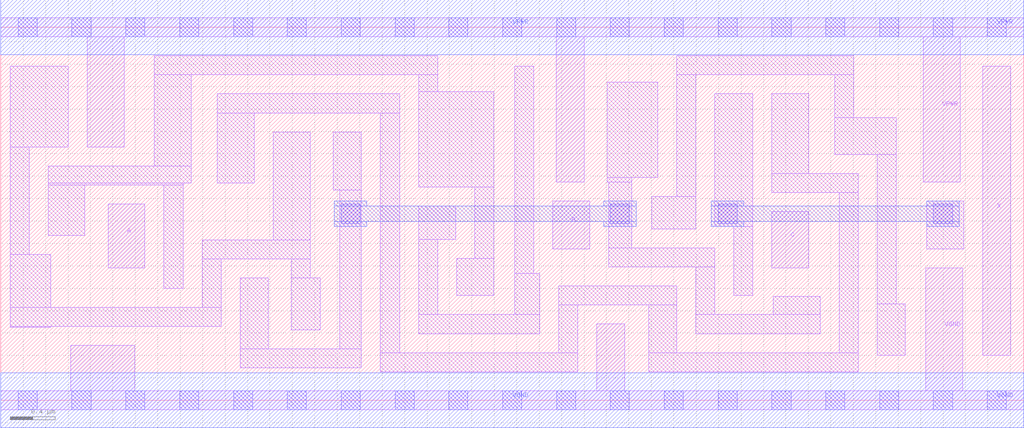
<source format=lef>
# Copyright 2020 The SkyWater PDK Authors
#
# Licensed under the Apache License, Version 2.0 (the "License");
# you may not use this file except in compliance with the License.
# You may obtain a copy of the License at
#
#     https://www.apache.org/licenses/LICENSE-2.0
#
# Unless required by applicable law or agreed to in writing, software
# distributed under the License is distributed on an "AS IS" BASIS,
# WITHOUT WARRANTIES OR CONDITIONS OF ANY KIND, either express or implied.
# See the License for the specific language governing permissions and
# limitations under the License.
#
# SPDX-License-Identifier: Apache-2.0

VERSION 5.7 ;
  NAMESCASESENSITIVE ON ;
  NOWIREEXTENSIONATPIN ON ;
  DIVIDERCHAR "/" ;
  BUSBITCHARS "[]" ;
UNITS
  DATABASE MICRONS 200 ;
END UNITS
MACRO sky130_fd_sc_ms__xor3_1
  CLASS CORE ;
  SOURCE USER ;
  FOREIGN sky130_fd_sc_ms__xor3_1 ;
  ORIGIN  0.000000  0.000000 ;
  SIZE  9.120000 BY  3.330000 ;
  SYMMETRY X Y ;
  SITE unit ;
  PIN A
    ANTENNAGATEAREA  0.276000 ;
    DIRECTION INPUT ;
    USE SIGNAL ;
    PORT
      LAYER li1 ;
        RECT 0.960000 1.180000 1.285000 1.750000 ;
    END
  END A
  PIN B
    ANTENNAGATEAREA  0.771000 ;
    DIRECTION INPUT ;
    USE SIGNAL ;
    PORT
      LAYER li1 ;
        RECT 4.920000 1.350000 5.250000 1.780000 ;
    END
  END B
  PIN C
    ANTENNAGATEAREA  0.425400 ;
    DIRECTION INPUT ;
    USE SIGNAL ;
    PORT
      LAYER li1 ;
        RECT 6.875000 1.180000 7.205000 1.685000 ;
    END
  END C
  PIN X
    ANTENNADIFFAREA  0.524500 ;
    DIRECTION OUTPUT ;
    USE SIGNAL ;
    PORT
      LAYER li1 ;
        RECT 8.755000 0.400000 9.005000 2.980000 ;
    END
  END X
  PIN VGND
    DIRECTION INOUT ;
    USE GROUND ;
    PORT
      LAYER li1 ;
        RECT 0.000000 -0.085000 9.120000 0.085000 ;
        RECT 0.625000  0.085000 1.195000 0.490000 ;
        RECT 5.315000  0.085000 5.565000 0.680000 ;
        RECT 8.245000  0.085000 8.575000 1.180000 ;
      LAYER mcon ;
        RECT 0.155000 -0.085000 0.325000 0.085000 ;
        RECT 0.635000 -0.085000 0.805000 0.085000 ;
        RECT 1.115000 -0.085000 1.285000 0.085000 ;
        RECT 1.595000 -0.085000 1.765000 0.085000 ;
        RECT 2.075000 -0.085000 2.245000 0.085000 ;
        RECT 2.555000 -0.085000 2.725000 0.085000 ;
        RECT 3.035000 -0.085000 3.205000 0.085000 ;
        RECT 3.515000 -0.085000 3.685000 0.085000 ;
        RECT 3.995000 -0.085000 4.165000 0.085000 ;
        RECT 4.475000 -0.085000 4.645000 0.085000 ;
        RECT 4.955000 -0.085000 5.125000 0.085000 ;
        RECT 5.435000 -0.085000 5.605000 0.085000 ;
        RECT 5.915000 -0.085000 6.085000 0.085000 ;
        RECT 6.395000 -0.085000 6.565000 0.085000 ;
        RECT 6.875000 -0.085000 7.045000 0.085000 ;
        RECT 7.355000 -0.085000 7.525000 0.085000 ;
        RECT 7.835000 -0.085000 8.005000 0.085000 ;
        RECT 8.315000 -0.085000 8.485000 0.085000 ;
        RECT 8.795000 -0.085000 8.965000 0.085000 ;
      LAYER met1 ;
        RECT 0.000000 -0.245000 9.120000 0.245000 ;
    END
  END VGND
  PIN VPWR
    DIRECTION INOUT ;
    USE POWER ;
    PORT
      LAYER li1 ;
        RECT 0.000000 3.245000 9.120000 3.415000 ;
        RECT 0.770000 2.260000 1.100000 3.245000 ;
        RECT 4.950000 1.950000 5.200000 3.245000 ;
        RECT 8.225000 1.950000 8.555000 3.245000 ;
      LAYER mcon ;
        RECT 0.155000 3.245000 0.325000 3.415000 ;
        RECT 0.635000 3.245000 0.805000 3.415000 ;
        RECT 1.115000 3.245000 1.285000 3.415000 ;
        RECT 1.595000 3.245000 1.765000 3.415000 ;
        RECT 2.075000 3.245000 2.245000 3.415000 ;
        RECT 2.555000 3.245000 2.725000 3.415000 ;
        RECT 3.035000 3.245000 3.205000 3.415000 ;
        RECT 3.515000 3.245000 3.685000 3.415000 ;
        RECT 3.995000 3.245000 4.165000 3.415000 ;
        RECT 4.475000 3.245000 4.645000 3.415000 ;
        RECT 4.955000 3.245000 5.125000 3.415000 ;
        RECT 5.435000 3.245000 5.605000 3.415000 ;
        RECT 5.915000 3.245000 6.085000 3.415000 ;
        RECT 6.395000 3.245000 6.565000 3.415000 ;
        RECT 6.875000 3.245000 7.045000 3.415000 ;
        RECT 7.355000 3.245000 7.525000 3.415000 ;
        RECT 7.835000 3.245000 8.005000 3.415000 ;
        RECT 8.315000 3.245000 8.485000 3.415000 ;
        RECT 8.795000 3.245000 8.965000 3.415000 ;
      LAYER met1 ;
        RECT 0.000000 3.085000 9.120000 3.575000 ;
    END
  END VPWR
  OBS
    LAYER li1 ;
      RECT 0.085000 0.650000 0.445000 0.660000 ;
      RECT 0.085000 0.660000 1.965000 0.830000 ;
      RECT 0.085000 0.830000 0.445000 1.300000 ;
      RECT 0.085000 1.300000 0.255000 2.260000 ;
      RECT 0.085000 2.260000 0.600000 2.980000 ;
      RECT 0.425000 1.470000 0.750000 1.920000 ;
      RECT 0.425000 1.920000 1.625000 1.940000 ;
      RECT 0.425000 1.940000 1.700000 2.090000 ;
      RECT 1.370000 2.090000 1.700000 2.905000 ;
      RECT 1.370000 2.905000 3.895000 3.075000 ;
      RECT 1.455000 1.000000 1.625000 1.920000 ;
      RECT 1.795000 0.830000 1.965000 1.260000 ;
      RECT 1.795000 1.260000 2.760000 1.430000 ;
      RECT 1.930000 1.940000 2.260000 2.565000 ;
      RECT 1.930000 2.565000 3.555000 2.735000 ;
      RECT 2.135000 0.290000 3.215000 0.460000 ;
      RECT 2.135000 0.460000 2.385000 1.090000 ;
      RECT 2.430000 1.430000 2.760000 2.395000 ;
      RECT 2.590000 0.630000 2.850000 1.090000 ;
      RECT 2.590000 1.090000 2.760000 1.260000 ;
      RECT 2.965000 1.875000 3.215000 2.395000 ;
      RECT 3.020000 0.460000 3.215000 1.875000 ;
      RECT 3.385000 0.255000 5.145000 0.425000 ;
      RECT 3.385000 0.425000 3.555000 2.565000 ;
      RECT 3.725000 0.595000 4.805000 0.765000 ;
      RECT 3.725000 0.765000 3.895000 1.435000 ;
      RECT 3.725000 1.435000 4.055000 1.735000 ;
      RECT 3.725000 1.905000 4.395000 2.755000 ;
      RECT 3.725000 2.755000 3.895000 2.905000 ;
      RECT 4.065000 0.935000 4.395000 1.265000 ;
      RECT 4.225000 1.265000 4.395000 1.905000 ;
      RECT 4.580000 0.765000 4.805000 1.130000 ;
      RECT 4.580000 1.130000 4.750000 2.980000 ;
      RECT 4.975000 0.425000 5.145000 0.850000 ;
      RECT 4.975000 0.850000 6.025000 1.020000 ;
      RECT 5.405000 1.950000 5.625000 1.990000 ;
      RECT 5.405000 1.990000 5.855000 2.840000 ;
      RECT 5.420000 1.190000 6.365000 1.360000 ;
      RECT 5.420000 1.360000 5.625000 1.950000 ;
      RECT 5.775000 0.255000 7.645000 0.425000 ;
      RECT 5.775000 0.425000 6.025000 0.850000 ;
      RECT 5.805000 1.530000 6.195000 1.820000 ;
      RECT 6.025000 1.820000 6.195000 2.905000 ;
      RECT 6.025000 2.905000 7.605000 3.075000 ;
      RECT 6.195000 0.595000 7.305000 0.765000 ;
      RECT 6.195000 0.765000 6.365000 1.190000 ;
      RECT 6.365000 1.550000 6.705000 2.735000 ;
      RECT 6.535000 0.935000 6.705000 1.550000 ;
      RECT 6.875000 1.855000 7.645000 2.025000 ;
      RECT 6.875000 2.025000 7.205000 2.735000 ;
      RECT 6.885000 0.765000 7.305000 0.925000 ;
      RECT 7.435000 2.195000 7.985000 2.525000 ;
      RECT 7.435000 2.525000 7.605000 2.905000 ;
      RECT 7.475000 0.425000 7.645000 1.855000 ;
      RECT 7.815000 0.400000 8.065000 0.860000 ;
      RECT 7.815000 0.860000 7.985000 2.195000 ;
      RECT 8.255000 1.350000 8.585000 1.780000 ;
    LAYER mcon ;
      RECT 3.035000 1.580000 3.205000 1.750000 ;
      RECT 5.435000 1.580000 5.605000 1.750000 ;
      RECT 6.395000 1.580000 6.565000 1.750000 ;
      RECT 8.315000 1.580000 8.485000 1.750000 ;
    LAYER met1 ;
      RECT 2.975000 1.550000 3.265000 1.595000 ;
      RECT 2.975000 1.595000 5.665000 1.735000 ;
      RECT 2.975000 1.735000 3.265000 1.780000 ;
      RECT 5.375000 1.550000 5.665000 1.595000 ;
      RECT 5.375000 1.735000 5.665000 1.780000 ;
      RECT 6.335000 1.550000 6.625000 1.595000 ;
      RECT 6.335000 1.595000 8.545000 1.735000 ;
      RECT 6.335000 1.735000 6.625000 1.780000 ;
      RECT 8.255000 1.550000 8.545000 1.595000 ;
      RECT 8.255000 1.735000 8.545000 1.780000 ;
  END
END sky130_fd_sc_ms__xor3_1

</source>
